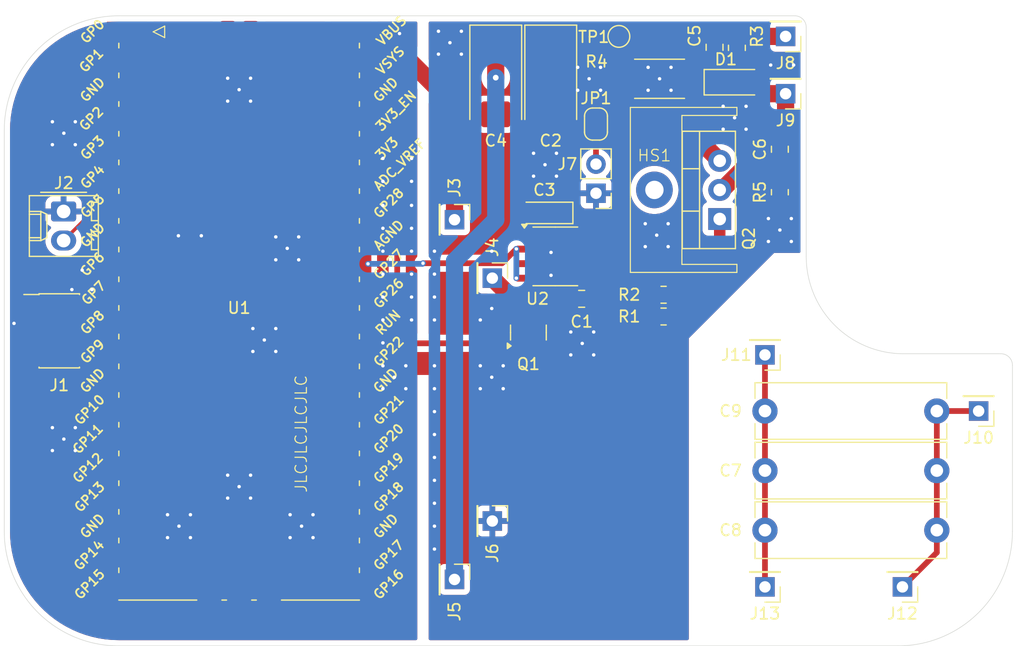
<source format=kicad_pcb>
(kicad_pcb (version 20240108) (generator "pcbnew") (generator_version "8.0")
  (layers (0 "F.Cu" signal) (31 "B.Cu" signal) (34 "B.Paste" user) (35 "F.Paste" user) (36 "B.SilkS" user "B.Silkscreen") (37 "F.SilkS" user "F.Silkscreen") (38 "B.Mask" user) (39 "F.Mask" user) (44 "Edge.Cuts" user))
  (net 0 "")
  (net 1 "GNDPWR")
  (net 2 "+12V")
  (net 3 "GND")
  (net 4 "/CTL")
  (net 7 "Net-(U2-OUT_A)")
  (net 36 "Net-(J3-Pin_1)")
  (net 37 "Net-(D1-A)")
  (net 38 "Net-(J10-Pin_1)")
  (net 39 "Net-(J11-Pin_1)")
  (net 40 "Net-(Q2-G)")
  (net 41 "Net-(D1-K)")
  (net 42 "Net-(C6-Pad2)")
  (net 43 "/SWDCLK")
  (net 44 "/RUN")
  (net 45 "+3.3V")
  (net 46 "/SWDIO")
  (net 50 "Net-(J2-Pin_2)")
  (net 51 "Net-(J4-Pin_1)")
  (net 52 "Net-(J7-Pin_2)")
  (footprint "Diode_SMD:D_MiniMELF" (layer "F.Cu") (at 143.75 65.8)
    (property "Reference" "D1" (at -0.765 -2 0) (layer "F.SilkS"))
    (property "Value" "LL4148")
    (pad "1" smd roundrect (at -1.75 0) (size 1.3 1.7) (layers "F.Cu" "F.Paste" "F.Mask") (roundrect_rratio 0.1923076923) (net 41 "Net-(D1-K)"))
    (pad "2" smd roundrect (at 1.75 0) (size 1.3 1.7) (layers "F.Cu" "F.Paste" "F.Mask") (roundrect_rratio 0.1923076923) (net 37 "Net-(D1-A)"))
  )
  (footprint "Resistor_SMD:R_0805_2012Metric_Pad1.20x1.40mm_HandSolder" (layer "F.Cu") (at 137.55 84.35)
    (property "Reference" "R2" (at -3 0 0) (layer "F.SilkS"))
    (property "Value" "10")
    (pad "1" smd roundrect (at -1 0) (size 1.2 1.4) (layers "F.Cu" "F.Paste" "F.Mask") (roundrect_rratio 0.208333) (net 7 "Net-(U2-OUT_A)"))
    (pad "2" smd roundrect (at 1 0) (size 1.2 1.4) (layers "F.Cu" "F.Paste" "F.Mask") (roundrect_rratio 0.208333) (net 40 "Net-(Q2-G)"))
  )
  (footprint "Capacitor_THT:C_Rect_L16.5mm_W4.7mm_P15.00mm_MKT" (layer "F.Cu") (at 146.4 94.5)
    (property "Reference" "C9" (at -3 0 0) (layer "F.SilkS"))
    (property "Value" "1n 20kV")
    (pad "1" thru_hole circle (at 0 0) (size 2.2 2.2) (drill 1.1) (layers "*.Cu" "*.Mask") (net 39 "Net-(J11-Pin_1)"))
    (pad "2" thru_hole circle (at 15 0) (size 2.2 2.2) (drill 1.1) (layers "*.Cu" "*.Mask") (net 38 "Net-(J10-Pin_1)"))
  )
  (footprint "Resistor_SMD:R_2512_6332Metric" (layer "F.Cu") (at 137.2 65.5 180)
    (property "Reference" "R4" (at 5.5 1.5 180) (layer "F.SilkS"))
    (property "Value" "0.15")
    (pad "1" smd roundrect (at -2.9625 0 180) (size 1.225 3.35) (layers "F.Cu" "F.Paste" "F.Mask") (roundrect_rratio 0.204082) (net 52 "Net-(J7-Pin_2)"))
    (pad "2" smd roundrect (at 2.9625 0 180) (size 1.225 3.35) (layers "F.Cu" "F.Paste" "F.Mask") (roundrect_rratio 0.204082) (net 1 "GNDPWR"))
  )
  (footprint "Connector_PinHeader_2.54mm:PinHeader_1x02_P2.54mm_Vertical" (layer "F.Cu") (at 131.65 75.49 180)
    (property "Reference" "J7" (at 2.5 2.54 180) (layer "F.SilkS"))
    (property "Value" "PULSE_CUR")
    (pad "1" thru_hole rect (at 0 0 180) (size 1.7 1.7) (drill 1) (layers "*.Cu" "*.Mask") (net 1 "GNDPWR"))
    (pad "2" thru_hole oval (at 0 2.54 180) (size 1.7 1.7) (drill 1) (layers "*.Cu" "*.Mask") (net 52 "Net-(J7-Pin_2)"))
  )
  (footprint "Connector_PinHeader_2.54mm:PinHeader_1x01_P2.54mm_Vertical" (layer "F.Cu") (at 146.4 89.6 180)
    (property "Reference" "J11" (at 2.5 0 180) (layer "F.SilkS"))
    (property "Value" "TF_S_B")
    (pad "1" thru_hole rect (at 0 0 180) (size 1.7 1.7) (drill 1) (layers "*.Cu" "*.Mask") (net 39 "Net-(J11-Pin_1)"))
  )
  (footprint "Capacitor_SMD:C_0805_2012Metric_Pad1.18x1.45mm_HandSolder" (layer "F.Cu") (at 147.7 71.65 -90)
    (property "Reference" "C6" (at 0 1.75 90) (layer "F.SilkS"))
    (property "Value" "0.1u")
    (pad "1" smd roundrect (at -1.0375 0 270) (size 1.175 1.45) (layers "F.Cu" "F.Paste" "F.Mask") (roundrect_rratio 0.212766) (net 37 "Net-(D1-A)"))
    (pad "2" smd roundrect (at 1.0375 0 270) (size 1.175 1.45) (layers "F.Cu" "F.Paste" "F.Mask") (roundrect_rratio 0.212766) (net 42 "Net-(C6-Pad2)"))
  )
  (footprint "Resistor_SMD:R_0805_2012Metric_Pad1.20x1.40mm_HandSolder" (layer "F.Cu") (at 143.95 62.8 -90)
    (property "Reference" "R3" (at -1 -1.75 90) (layer "F.SilkS"))
    (property "Value" "100k	")
    (pad "1" smd roundrect (at -1 0 270) (size 1.2 1.4) (layers "F.Cu" "F.Paste" "F.Mask") (roundrect_rratio 0.208333) (net 2 "+12V"))
    (pad "2" smd roundrect (at 1 0 270) (size 1.2 1.4) (layers "F.Cu" "F.Paste" "F.Mask") (roundrect_rratio 0.208333) (net 41 "Net-(D1-K)"))
  )
  (footprint "Connector_PinHeader_2.54mm:PinHeader_1x01_P2.54mm_Vertical" (layer "F.Cu") (at 148.2 61.8 180)
    (property "Reference" "J8" (at 0 -2.33 180) (layer "F.SilkS"))
    (property "Value" "TF_P_A")
    (pad "1" thru_hole rect (at 0 0 180) (size 1.7 1.7) (drill 1) (layers "*.Cu" "*.Mask") (net 2 "+12V"))
  )
  (footprint "Capacitor_Tantalum_SMD:CP_EIA-7343-31_Kemet-D_Pad2.25x2.55mm_HandSolder" (layer "F.Cu") (at 127.7 65.4 -90)
    (property "Reference" "C2" (at 5.5 0 180) (layer "F.SilkS"))
    (property "Value" "47u 25V")
    (pad "1" smd roundrect (at -3.2 0 270) (size 2.25 2.55) (layers "F.Cu" "F.Paste" "F.Mask") (roundrect_rratio 0.111111) (net 2 "+12V"))
    (pad "2" smd roundrect (at 3.2 0 270) (size 2.25 2.55) (layers "F.Cu" "F.Paste" "F.Mask") (roundrect_rratio 0.111111) (net 1 "GNDPWR"))
  )
  (footprint "Custom:HeatSink_TO-220" (layer "F.Cu") (at 136.75 75.200001 90)
    (property "Reference" "HS1" (at 3.000001 0 0) (layer "F.SilkS") (effects (font (thickness 0.1))))
    (property "Value" "Heatsink_Pad" (hide yes))
    (pad "" np_thru_hole circle (at 0.000001 0 180) (size 3.2 3.2) (drill 1.6) (layers "F&B.Cu" "*.Mask"))
  )
  (footprint "Connector_PinHeader_2.54mm:PinHeader_1x01_P2.54mm_Vertical" (layer "F.Cu") (at 122.599999 104.099999 -90)
    (property "Reference" "J6" (at 2.8 0 90) (layer "F.SilkS"))
    (property "Value" "BOOST_OUT_N")
    (pad "1" thru_hole rect (at 0 0 270) (size 1.7 1.7) (drill 1) (layers "*.Cu" "*.Mask") (net 1 "GNDPWR"))
  )
  (footprint "RP2040_boards:Waveshare_RP2040-Plus_SMD" (layer "F.Cu") (at 100.5 85.5)
    (property "Reference" "U1" (at 0 0 0) (layer "F.SilkS"))
    (property "Value" "RP2040-Plus" (hide yes))
    (fp_text user "GP1" (at -12.9 -21.6 45) (layer "F.SilkS") (effects (font (size 0.8 0.8))))
    (fp_text user "RUN" (at 13 1.27 45) (layer "F.SilkS") (effects (font (size 0.8 0.8))))
    (fp_text user "GND" (at 12.8 6.35 45) (layer "F.SilkS") (effects (font (size 0.8 0.8))))
    (fp_text user "GP0" (at -12.8 -24.13 45) (layer "F.SilkS") (effects (font (size 0.8 0.8))))
    (fp_text user "GP19" (at 13.054 13.97 45) (layer "F.SilkS") (effects (font (size 0.8 0.8))))
    (fp_text user "GND" (at -12.8 -6.35 45) (layer "F.SilkS") (effects (font (size 0.8 0.8))))
    (fp_text user "GP13" (at -13.054 16.51 45) (layer "F.SilkS") (effects (font (size 0.8 0.8))))
    (fp_text user "GP16" (at 13.054 24.13 45) (layer "F.SilkS") (effects (font (size 0.8 0.8))))
    (fp_text user "GP3" (at -12.8 -13.97 45) (layer "F.SilkS") (effects (font (size 0.8 0.8))))
    (fp_text user "VSYS" (at 13.2 -21.59 45) (layer "F.SilkS") (effects (font (size 0.8 0.8))))
    (fp_text user "GND" (at 12.8 -19.05 45) (layer "F.SilkS") (effects (font (size 0.8 0.8))))
    (fp_text user "3V3" (at 12.9 -13.9 45) (layer "F.SilkS") (effects (font (size 0.8 0.8))))
    (fp_text user "GP12" (at -13.2 13.97 45) (layer "F.SilkS") (effects (font (size 0.8 0.8))))
    (fp_text user "AGND" (at 13.054 -6.35 45) (layer "F.SilkS") (effects (font (size 0.8 0.8))))
    (fp_text user "GP7" (at -12.7 -1.3 45) (layer "F.SilkS") (effects (font (size 0.8 0.8))))
    (fp_text user "GND" (at 12.8 19.05 45) (layer "F.SilkS") (effects (font (size 0.8 0.8))))
    (fp_text user "GP4" (at -12.8 -11.43 45) (layer "F.SilkS") (effects (font (size 0.8 0.8))))
    (fp_text user "GP27" (at 13.054 -3.8 45) (layer "F.SilkS") (effects (font (size 0.8 0.8))))
    (fp_text user "GP17" (at 13.054 21.59 45) (layer "F.SilkS") (effects (font (size 0.8 0.8))))
    (fp_text user "GND" (at -12.8 6.35 45) (layer "F.SilkS") (effects (font (size 0.8 0.8))))
    (fp_text user "GP9" (at -12.8 3.81 45) (layer "F.SilkS") (effects (font (size 0.8 0.8))))
    (fp_text user "GP26" (at 13.054 -1.27 45) (layer "F.SilkS") (effects (font (size 0.8 0.8))))
    (fp_text user "3V3_EN" (at 13.7 -17.2 45) (layer "F.SilkS") (effects (font (size 0.8 0.8))))
    (fp_text user "GP22" (at 13.054 3.81 45) (layer "F.SilkS") (effects (font (size 0.8 0.8))))
    (fp_text user "GP28" (at 13.054 -9.144 45) (layer "F.SilkS") (effects (font (size 0.8 0.8))))
    (fp_text user "GP21" (at 13.054 8.9 45) (layer "F.SilkS") (effects (font (size 0.8 0.8))))
    (fp_text user "GP8" (at -12.8 1.27 45) (layer "F.SilkS") (effects (font (size 0.8 0.8))))
    (fp_text user "GP15" (at -13.054 24.13 45) (layer "F.SilkS") (effects (font (size 0.8 0.8))))
    (fp_text user "GP14" (at -13.1 21.59 45) (layer "F.SilkS") (effects (font (size 0.8 0.8))))
    (fp_text user "GP5" (at -12.8 -8.89 45) (layer "F.SilkS") (effects (font (size 0.8 0.8))))
    (fp_text user "GP11" (at -13.2 11.43 45) (layer "F.SilkS") (effects (font (size 0.8 0.8))))
    (fp_text user "GP2" (at -12.9 -16.51 45) (layer "F.SilkS") (effects (font (size 0.8 0.8))))
    (fp_text user "GND" (at -12.8 19.05 45) (layer "F.SilkS") (effects (font (size 0.8 0.8))))
    (fp_text user "ADC_VREF" (at 14 -12.5 45) (layer "F.SilkS") (effects (font (size 0.8 0.8))))
    (fp_text user "GP20" (at 13.054 11.43 45) (layer "F.SilkS") (effects (font (size 0.8 0.8))))
    (fp_text user "GND" (at -12.8 -19.05 45) (layer "F.SilkS") (effects (font (size 0.8 0.8))))
    (fp_text user "GP18" (at 13.054 16.51 45) (layer "F.SilkS") (effects (font (size 0.8 0.8))))
    (fp_text user "GP6" (at -12.8 -3.81 45) (layer "F.SilkS") (effects (font (size 0.8 0.8))))
    (fp_text user "VBUS" (at 13.3 -24.2 45) (layer "F.SilkS") (effects (font (size 0.8 0.8))))
    (fp_text user "GP10" (at -13.054 8.89 45) (layer "F.SilkS") (effects (font (size 0.8 0.8))))
    (pad "1" smd rect (at -8.89 -24.13) (size 3.5 1.7) (drill (offset -0.9 0)) (layers "F.Cu" "F.Paste" "F.Mask"))
    (pad "2" smd rect (at -8.89 -21.59) (size 3.5 1.7) (drill (offset -0.9 0)) (layers "F.Cu" "F.Paste" "F.Mask"))
    (pad "3" smd rect (at -8.89 -19.05) (size 3.5 1.7) (drill (offset -0.9 0)) (layers "F.Cu" "F.Paste" "F.Mask") (net 3 "GND"))
    (pad "4" smd rect (at -8.89 -16.51) (size 3.5 1.7) (drill (offset -0.9 0)) (layers "F.Cu" "F.Paste" "F.Mask"))
    (pad "5" smd rect (at -8.89 -13.97) (size 3.5 1.7) (drill (offset -0.9 0)) (layers "F.Cu" "F.Paste" "F.Mask"))
    (pad "6" smd rect (at -8.89 -11.43) (size 3.5 1.7) (drill (offset -0.9 0)) (layers "F.Cu" "F.Paste" "F.Mask"))
    (pad "7" smd rect (at -8.89 -8.89) (size 3.5 1.7) (drill (offset -0.9 0)) (layers "F.Cu" "F.Paste" "F.Mask"))
    (pad "8" smd rect (at -8.89 -6.35) (size 3.5 1.7) (drill (offset -0.9 0)) (layers "F.Cu" "F.Paste" "F.Mask") (net 3 "GND"))
    (pad "9" smd rect (at -8.89 -3.81) (size 3.5 1.7) (drill (offset -0.9 0)) (layers "F.Cu" "F.Paste" "F.Mask"))
    (pad "10" smd rect (at -8.89 -1.27) (size 3.5 1.7) (drill (offset -0.9 0)) (layers "F.Cu" "F.Paste" "F.Mask"))
    (pad "11" smd rect (at -8.89 1.27) (size 3.5 1.7) (drill (offset -0.9 0)) (layers "F.Cu" "F.Paste" "F.Mask"))
    (pad "12" smd rect (at -8.89 3.81) (size 3.5 1.7) (drill (offset -0.9 0)) (layers "F.Cu" "F.Paste" "F.Mask"))
    (pad "13" smd rect (at -8.89 6.35) (size 3.5 1.7) (drill (offset -0.9 0)) (layers "F.Cu" "F.Paste" "F.Mask") (net 3 "GND"))
    (pad "14" smd rect (at -8.89 8.89) (size 3.5 1.7) (drill (offset -0.9 0)) (layers "F.Cu" "F.Paste" "F.Mask"))
    (pad "15" smd rect (at -8.89 11.43) (size 3.5 1.7) (drill (offset -0.9 0)) (layers "F.Cu" "F.Paste" "F.Mask"))
    (pad "16" smd rect (at -8.89 13.97) (size 3.5 1.7) (drill (offset -0.9 0)) (layers "F.Cu" "F.Paste" "F.Mask"))
    (pad "17" smd rect (at -8.89 16.51) (size 3.5 1.7) (drill (offset -0.9 0)) (layers "F.Cu" "F.Paste" "F.Mask"))
    (pad "18" smd rect (at -8.89 19.05) (size 3.5 1.7) (drill (offset -0.9 0)) (layers "F.Cu" "F.Paste" "F.Mask") (net 3 "GND"))
    (pad "19" smd rect (at -8.89 21.59) (size 3.5 1.7) (drill (offset -0.9 0)) (layers "F.Cu" "F.Paste" "F.Mask"))
    (pad "20" smd rect (at -8.89 24.13) (size 3.5 1.7) (drill (offset -0.9 0)) (layers "F.Cu" "F.Paste" "F.Mask"))
    (pad "21" smd rect (at 8.89 24.13) (size 3.5 1.7) (drill (offset 0.9 0)) (layers "F.Cu" "F.Paste" "F.Mask"))
    (pad "22" smd rect (at 8.89 21.59) (size 3.5 1.7) (drill (offset 0.9 0)) (layers "F.Cu" "F.Paste" "F.Mask"))
    (pad "23" smd rect (at 8.89 19.05) (size 3.5 1.7) (drill (offset 0.9 0)) (layers "F.Cu" "F.Paste" "F.Mask") (net 3 "GND"))
    (pad "24" smd rect (at 8.89 16.51) (size 3.5 1.7) (drill (offset 0.9 0)) (layers "F.Cu" "F.Paste" "F.Mask"))
    (pad "25" smd rect (at 8.89 13.97) (size 3.5 1.7) (drill (offset 0.9 0)) (layers "F.Cu" "F.Paste" "F.Mask"))
    (pad "26" smd rect (at 8.89 11.43) (size 3.5 1.7) (drill (offset 0.9 0)) (layers "F.Cu" "F.Paste" "F.Mask"))
    (pad "27" smd rect (at 8.89 8.89) (size 3.5 1.7) (drill (offset 0.9 0)) (layers "F.Cu" "F.Paste" "F.Mask"))
    (pad "28" smd rect (at 8.89 6.35) (size 3.5 1.7) (drill (offset 0.9 0)) (layers "F.Cu" "F.Paste" "F.Mask") (net 3 "GND"))
    (pad "29" smd rect (at 8.89 3.81) (size 3.5 1.7) (drill (offset 0.9 0)) (layers "F.Cu" "F.Paste" "F.Mask"))
    (pad "30" smd rect (at 8.89 1.27) (size 3.5 1.7) (drill (offset 0.9 0)) (layers "F.Cu" "F.Paste" "F.Mask") (net 44 "/RUN"))
    (pad "31" smd rect (at 8.89 -1.27) (size 3.5 1.7) (drill (offset 0.9 0)) (layers "F.Cu" "F.Paste" "F.Mask"))
    (pad "32" smd rect (at 8.89 -3.81) (size 3.5 1.7) (drill (offset 0.9 0)) (layers "F.Cu" "F.Paste" "F.Mask") (net 4 "/CTL"))
    (pad "33" smd rect (at 8.89 -6.35) (size 3.5 1.7) (drill (offset 0.9 0)) (layers "F.Cu" "F.Paste" "F.Mask") (net 3 "GND"))
    (pad "34" smd rect (at 8.89 -8.89) (size 3.5 1.7) (drill (offset 0.9 0)) (layers "F.Cu" "F.Paste" "F.Mask"))
    (pad "35" smd rect (at 8.89 -11.43) (size 3.5 1.7) (drill (offset 0.9 0)) (layers "F.Cu" "F.Paste" "F.Mask"))
    (pad "36" smd rect (at 8.89 -13.97) (size 3.5 1.7) (drill (offset 0.9 0)) (layers "F.Cu" "F.Paste" "F.Mask") (net 45 "+3.3V"))
    (pad "37" smd rect (at 8.89 -16.51) (size 3.5 1.7) (drill (offset 0.9 0)) (layers "F.Cu" "F.Paste" "F.Mask") (net 50 "Net-(J2-Pin_2)"))
    (pad "38" smd rect (at 8.89 -19.05) (size 3.5 1.7) (drill (offset 0.9 0)) (layers "F.Cu" "F.Paste" "F.Mask") (net 3 "GND"))
    (pad "39" smd rect (at 8.89 -21.59) (size 3.5 1.7) (drill (offset 0.9 0)) (layers "F.Cu" "F.Paste" "F.Mask") (net 36 "Net-(J3-Pin_1)"))
    (pad "40" smd rect (at 8.89 -24.13) (size 3.5 1.7) (drill (offset 0.9 0)) (layers "F.Cu" "F.Paste" "F.Mask"))
    (pad "41" smd rect (at -2.54 22.45 90) (size 3.5 1.7) (drill (offset -0.9 0)) (layers "F.Cu" "F.Paste" "F.Mask") (net 43 "/SWDCLK"))
    (pad "42" smd rect (at 0 22.45 90) (size 3.5 1.7) (drill (offset -0.9 0)) (layers "F.Cu" "F.Paste" "F.Mask") (net 3 "GND"))
    (pad "43" smd rect (at 2.54 22.45 90) (size 3.5 1.7) (drill (offset -0.9 0)) (layers "F.Cu" "F.Paste" "F.Mask") (net 46 "/SWDIO"))
    (pad "TP2" smd roundrect (at 1 -24.3) (size 1.5 1.5) (layers "F.Cu" "F.Paste" "F.Mask") (roundrect_rratio 0.2))
    (pad "TP3" smd roundrect (at -1 -24.3) (size 1.5 1.5) (layers "F.Cu" "F.Paste" "F.Mask") (roundrect_rratio 0.2))
  )
  (footprint "Connector_PinHeader_1.27mm:PinHeader_2x05_P1.27mm_Vertical_SMD" (layer "F.Cu") (at 84.8 87.5)
    (property "Reference" "J1" (at 0 4.75 0) (layer "F.SilkS"))
    (property "Value" "Cortex Debug")
    (pad "1" smd rect (at -1.95 -2.54) (size 2.4 0.74) (layers "F.Cu" "F.Paste" "F.Mask") (net 45 "+3.3V"))
    (pad "2" smd rect (at 1.95 -2.54) (size 2.4 0.74) (layers "F.Cu" "F.Paste" "F.Mask") (net 46 "/SWDIO"))
    (pad "3" smd rect (at -1.95 -1.27) (size 2.4 0.74) (layers "F.Cu" "F.Paste" "F.Mask") (net 3 "GND"))
    (pad "4" smd rect (at 1.95 -1.27) (size 2.4 0.74) (layers "F.Cu" "F.Paste" "F.Mask") (net 43 "/SWDCLK"))
    (pad "5" smd rect (at -1.95 0) (size 2.4 0.74) (layers "F.Cu" "F.Paste" "F.Mask") (net 3 "GND"))
    (pad "6" smd rect (at 1.95 0) (size 2.4 0.74) (layers "F.Cu" "F.Paste" "F.Mask"))
    (pad "7" smd rect (at -1.95 1.27) (size 2.4 0.74) (layers "F.Cu" "F.Paste" "F.Mask"))
    (pad "8" smd rect (at 1.95 1.27) (size 2.4 0.74) (layers "F.Cu" "F.Paste" "F.Mask"))
    (pad "9" smd rect (at -1.95 2.54) (size 2.4 0.74) (layers "F.Cu" "F.Paste" "F.Mask") (net 3 "GND"))
    (pad "10" smd rect (at 1.95 2.54) (size 2.4 0.74) (layers "F.Cu" "F.Paste" "F.Mask") (net 44 "/RUN"))
  )
  (footprint "Capacitor_THT:C_Rect_L16.5mm_W4.7mm_P15.00mm_MKT" (layer "F.Cu") (at 146.4 99.7)
    (property "Reference" "C7" (at -3 0 0) (layer "F.SilkS"))
    (property "Value" "1n 20kV")
    (pad "1" thru_hole circle (at 0 0) (size 2.2 2.2) (drill 1.1) (layers "*.Cu" "*.Mask") (net 39 "Net-(J11-Pin_1)"))
    (pad "2" thru_hole circle (at 15 0) (size 2.2 2.2) (drill 1.1) (layers "*.Cu" "*.Mask") (net 38 "Net-(J10-Pin_1)"))
  )
  (footprint "Connector_Molex:Molex_KK-254_AE-6410-02A_1x02_P2.54mm_Vertical" (layer "F.Cu") (at 85.18 77.08 -90)
    (property "Reference" "J2" (at -2.48 -0.02 180) (layer "F.SilkS"))
    (property "Value" "ON/OFF")
    (pad "1" thru_hole roundrect (at 0 0 270) (size 1.74 2.19) (drill 1.19) (layers "*.Cu" "*.Mask") (roundrect_rratio 0.143678) (net 3 "GND"))
    (pad "2" thru_hole oval (at 2.54 0 270) (size 1.74 2.19) (drill 1.19) (layers "*.Cu" "*.Mask") (net 50 "Net-(J2-Pin_2)"))
  )
  (footprint "Connector_PinHeader_2.54mm:PinHeader_1x01_P2.54mm_Vertical" (layer "F.Cu") (at 119.3 77.8 -90)
    (property "Reference" "J3" (at -2.8 0 90) (layer "F.SilkS"))
    (property "Value" "BOOST_IN_P")
    (pad "1" thru_hole rect (at 0 0 270) (size 1.7 1.7) (drill 1) (layers "*.Cu" "*.Mask") (net 36 "Net-(J3-Pin_1)"))
  )
  (footprint "Package_TO_SOT_THT:TO-220-3_Vertical" (layer "F.Cu") (at 142.45 77.74 90)
    (property "Reference" "Q2" (at -1.71 2.55 -90) (layer "F.SilkS"))
    (property "Value" "IRF740")
    (pad "1" thru_hole rect (at 0 0 90) (size 1.905 2) (drill 1.1) (layers "*.Cu" "*.Mask") (net 40 "Net-(Q2-G)"))
    (pad "2" thru_hole oval (at 2.54 0 90) (size 1.905 2) (drill 1.1) (layers "*.Cu" "*.Mask") (net 37 "Net-(D1-A)"))
    (pad "3" thru_hole oval (at 5.079999 0 90) (size 1.905 2) (drill 1.1) (layers "*.Cu" "*.Mask") (net 52 "Net-(J7-Pin_2)"))
  )
  (footprint "Connector_PinHeader_2.54mm:PinHeader_1x01_P2.54mm_Vertical" (layer "F.Cu") (at 148.2 66.8 180)
    (property "Reference" "J9" (at 0 -2.33 180) (layer "F.SilkS"))
    (property "Value" "TF_P_B")
    (pad "1" thru_hole rect (at 0 0 180) (size 1.7 1.7) (drill 1) (layers "*.Cu" "*.Mask") (net 37 "Net-(D1-A)"))
  )
  (footprint "Connector_PinHeader_2.54mm:PinHeader_1x01_P2.54mm_Vertical" (layer "F.Cu") (at 158.4 109.85 180)
    (property "Reference" "J12" (at 0 -2.33 180) (layer "F.SilkS"))
    (property "Value" "HV_A")
    (pad "1" thru_hole rect (at 0 0 180) (size 1.7 1.7) (drill 1) (layers "*.Cu" "*.Mask") (net 38 "Net-(J10-Pin_1)"))
  )
  (footprint "Capacitor_Tantalum_SMD:CP_EIA-7343-31_Kemet-D_Pad2.25x2.55mm_HandSolder" (layer "F.Cu") (at 122.9 65.4 -90)
    (property "Reference" "C4" (at 5.5 0 180) (layer "F.SilkS"))
    (property "Value" "47u 25V")
    (pad "1" smd roundrect (at -3.2 0 270) (size 2.25 2.55) (layers "F.Cu" "F.Paste" "F.Mask") (roundrect_rratio 0.111111) (net 2 "+12V"))
    (pad "2" smd roundrect (at 3.2 0 270) (size 2.25 2.55) (layers "F.Cu" "F.Paste" "F.Mask") (roundrect_rratio 0.111111) (net 1 "GNDPWR"))
  )
  (footprint "Connector_PinHeader_2.54mm:PinHeader_1x01_P2.54mm_Vertical" (layer "F.Cu") (at 119.3 109.2 -90)
    (property "Reference" "J5" (at 2.8 0 90) (layer "F.SilkS"))
    (property "Value" "BOOST_OUT_P")
    (pad "1" thru_hole rect (at 0 0 270) (size 1.7 1.7) (drill 1) (layers "*.Cu" "*.Mask") (net 2 "+12V"))
  )
  (footprint "Capacitor_SMD:C_0805_2012Metric_Pad1.18x1.45mm_HandSolder" (layer "F.Cu") (at 130.4 84.705)
    (property "Reference" "C1" (at 0 1.995 0) (layer "F.SilkS"))
    (property "Value" "1u")
    (pad "1" smd roundrect (at -1.0375 0) (size 1.175 1.45) (layers "F.Cu" "F.Paste" "F.Mask") (roundrect_rratio 0.212766) (net 2 "+12V"))
    (pad "2" smd roundrect (at 1.0375 0) (size 1.175 1.45) (layers "F.Cu" "F.Paste" "F.Mask") (roundrect_rratio 0.212766) (net 1 "GNDPWR"))
  )
  (footprint "Connector_PinHeader_2.54mm:PinHeader_1x01_P2.54mm_Vertical" (layer "F.Cu") (at 122.599999 82.900001 -90)
    (property "Reference" "J4" (at -2.7 0 90) (layer "F.SilkS"))
    (property "Value" "BOOST_IN_N")
    (pad "1" thru_hole rect (at 0 0 270) (size 1.7 1.7) (drill 1) (layers "*.Cu" "*.Mask") (net 51 "Net-(J4-Pin_1)"))
  )
  (footprint "TestPoint:TestPoint_Pad_D1.5mm" (layer "F.Cu") (at 133.65 61.8)
    (property "Reference" "TP1" (at -2.2 0.05 0) (layer "F.SilkS"))
    (property "Value" "+12V")
    (pad "1" smd circle (at 0 0) (size 1.5 1.5) (layers "F.Cu" "F.Mask") (net 2 "+12V"))
  )
  (footprint "Resistor_SMD:R_0805_2012Metric_Pad1.20x1.40mm_HandSolder" (layer "F.Cu") (at 147.7 75.4 -90)
    (property "Reference" "R5" (at 0 1.75 90) (layer "F.SilkS"))
    (property "Value" "100")
    (pad "1" smd roundrect (at -1 0 270) (size 1.2 1.4) (layers "F.Cu" "F.Paste" "F.Mask") (roundrect_rratio 0.208333) (net 42 "Net-(C6-Pad2)"))
    (pad "2" smd roundrect (at 1 0 270) (size 1.2 1.4) (layers "F.Cu" "F.Paste" "F.Mask") (roundrect_rratio 0.208333) (net 1 "GNDPWR"))
  )
  (footprint "Capacitor_SMD:C_0805_2012Metric_Pad1.18x1.45mm_HandSolder" (layer "F.Cu") (at 142 62.75 -90)
    (property "Reference" "C5" (at -1 1.75 90) (layer "F.SilkS"))
    (property "Value" "1u")
    (pad "1" smd roundrect (at -1.0375 0 270) (size 1.175 1.45) (layers "F.Cu" "F.Paste" "F.Mask") (roundrect_rratio 0.212766) (net 2 "+12V"))
    (pad "2" smd roundrect (at 1.0375 0 270) (size 1.175 1.45) (layers "F.Cu" "F.Paste" "F.Mask") (roundrect_rratio 0.212766) (net 41 "Net-(D1-K)"))
  )
  (footprint "Connector_PinHeader_2.54mm:PinHeader_1x01_P2.54mm_Vertical" (layer "F.Cu") (at 146.4 109.85 180)
    (property "Reference" "J13" (at 0 -2.33 180) (layer "F.SilkS"))
    (property "Value" "HV_B")
    (pad "1" thru_hole rect (at 0 0 180) (size 1.7 1.7) (drill 1) (layers "*.Cu" "*.Mask") (net 39 "Net-(J11-Pin_1)"))
  )
  (footprint "Package_TO_SOT_SMD:SOT-23" (layer "F.Cu") (at 125.75 87.65 90)
    (property "Reference" "Q1" (at -2.75 0 0) (layer "F.SilkS"))
    (property "Value" "PMV65UN")
    (pad "1" smd roundrect (at -0.9375 -0.95 90) (size 1.475 0.6) (layers "F.Cu" "F.Paste" "F.Mask") (net 50 "Net-(J2-Pin_2)"))
    (pad "2" smd roundrect (at -0.9375 0.95 90) (size 1.475 0.6) (layers "F.Cu" "F.Paste" "F.Mask") (net 1 "GNDPWR"))
    (pad "3" smd roundrect (at 0.937501 0 90) (size 1.475 0.6) (layers "F.Cu" "F.Paste" "F.Mask") (net 51 "Net-(J4-Pin_1)"))
  )
  (footprint "Capacitor_THT:C_Rect_L16.5mm_W4.7mm_P15.00mm_MKT" (layer "F.Cu") (at 146.4 104.9)
    (property "Reference" "C8" (at -3 0 0) (layer "F.SilkS"))
    (property "Value" "1n 20kV")
    (pad "1" thru_hole circle (at 0 0) (size 2.2 2.2) (drill 1.1) (layers "*.Cu" "*.Mask") (net 39 "Net-(J11-Pin_1)"))
    (pad "2" thru_hole circle (at 15 0) (size 2.2 2.2) (drill 1.1) (layers "*.Cu" "*.Mask") (net 38 "Net-(J10-Pin_1)"))
  )
  (footprint "Connector_PinHeader_2.54mm:PinHeader_1x01_P2.54mm_Vertical" (layer "F.Cu") (at 165.05 94.5 180)
    (property "Reference" "J10" (at 0 -2.33 180) (layer "F.SilkS"))
    (property "Value" "TF_S_A")
    (pad "1" thru_hole rect (at 0 0 180) (size 1.7 1.7) (drill 1) (layers "*.Cu" "*.Mask") (net 38 "Net-(J10-Pin_1)"))
  )
  (footprint "NetTie:NetTie-2_SMD_Pad2.0mm" (layer "F.Cu") (at 116.55 90.35)
    (property "Reference" "NT1" (hide yes))
    (property "Value" "GND_TIE" (hide yes))
    (fp_poly (pts (xy -2 -1) (xy 2 -1) (xy 2 1) (xy -2 1)) (fill solid) (layer "F.Cu"))
    (pad "1" smd circle (at -2 0) (size 2 2) (layers "F.Cu") (net 3 "GND"))
    (pad "2" smd circle (at 2 0) (size 2 2) (layers "F.Cu") (net 1 "GNDPWR"))
  )
  (footprint "Capacitor_Tantalum_SMD:CP_EIA-3216-10_Kemet-I_Pad1.58x1.35mm_HandSolder" (layer "F.Cu") (at 127.15 77.205 180)
    (property "Reference" "C3" (at 0 2.005 180) (layer "F.SilkS"))
    (property "Value" "10u")
    (pad "1" smd roundrect (at -1.4375 0 180) (size 1.575 1.35) (layers "F.Cu" "F.Paste" "F.Mask") (roundrect_rratio 0.185185) (net 2 "+12V"))
    (pad "2" smd roundrect (at 1.4375 0 180) (size 1.575 1.35) (layers "F.Cu" "F.Paste" "F.Mask") (roundrect_rratio 0.185185) (net 1 "GNDPWR"))
  )
  (footprint "Jumper:SolderJumper-2_P1.3mm_Open_RoundedPad1.0x1.5mm" (layer "F.Cu") (at 131.65 69.45 -90)
    (property "Reference" "JP1" (at -2.25 0 180) (layer "F.SilkS"))
    (property "Value" "~")
    (pad "1" smd custom (at -0.649999 0 270) (size 1 0.5) (layers "F.Cu" "F.Mask") (net 1 "GNDPWR") (options (clearance outline) (anchor rect)) (primitives (gr_circle (center 0 0.25) (end 0.5 0.25) (width 0) (fill yes)) (gr_circle (center 0 -0.25) (end 0.5 -0.25) (width 0) (fill yes)) (gr_poly (pts (xy 0.5 0.75) (xy 0 0.75) (xy 0 -0.75) (xy 0.5 -0.75)) (width 0) (fill yes))))
    (pad "2" smd custom (at 0.649999 0 270) (size 1 0.5) (layers "F.Cu" "F.Mask") (net 52 "Net-(J7-Pin_2)") (options (clearance outline) (anchor rect)) (primitives (gr_circle (center 0 0.25) (end 0.5 0.25) (width 0) (fill yes)) (gr_circle (center 0 -0.25) (end 0.5 -0.25) (width 0) (fill yes)) (gr_poly (pts (xy 0 0.75) (xy -0.5 0.75) (xy -0.5 -0.75) (xy 0 -0.75)) (width 0) (fill yes))))
  )
  (footprint "Resistor_SMD:R_0805_2012Metric_Pad1.20x1.40mm_HandSolder" (layer "F.Cu") (at 137.55 86.25)
    (property "Reference" "R1" (at -3 0 0) (layer "F.SilkS"))
    (property "Value" "~")
    (pad "1" smd roundrect (at -1 0) (size 1.2 1.4) (layers "F.Cu" "F.Paste" "F.Mask") (roundrect_rratio 0.208333) (net 7 "Net-(U2-OUT_A)"))
    (pad "2" smd roundrect (at 1 0) (size 1.2 1.4) (layers "F.Cu" "F.Paste" "F.Mask") (roundrect_rratio 0.208333) (net 40 "Net-(Q2-G)"))
  )
  (footprint "Package_SO:SOIC-8_3.9x4.9mm_P1.27mm" (layer "F.Cu") (at 128.1 81)
    (property "Reference" "U2" (at -1.55 3.7 0) (layer "F.SilkS"))
    (property "Value" "IR4427S")
    (pad "1" smd roundrect (at -2.475 -1.905) (size 1.95 0.6) (layers "F.Cu" "F.Paste" "F.Mask"))
    (pad "2" smd roundrect (at -2.475 -0.635) (size 1.95 0.6) (layers "F.Cu" "F.Paste" "F.Mask") (net 4 "/CTL"))
    (pad "3" smd roundrect (at -2.475 0.635) (size 1.95 0.6) (layers "F.Cu" "F.Paste" "F.Mask") (net 1 "GNDPWR"))
    (pad "4" smd roundrect (at -2.475 1.905) (size 1.95 0.6) (layers "F.Cu" "F.Paste" "F.Mask") (net 4 "/CTL"))
    (pad "5" smd roundrect (at 2.475 1.905) (size 1.95 0.6) (layers "F.Cu" "F.Paste" "F.Mask") (net 7 "Net-(U2-OUT_A)"))
    (pad "6" smd roundrect (at 2.475 0.635) (size 1.95 0.6) (layers "F.Cu" "F.Paste" "F.Mask") (net 2 "+12V"))
    (pad "7" smd roundrect (at 2.475 -0.635) (size 1.95 0.6) (layers "F.Cu" "F.Paste" "F.Mask") (net 7 "Net-(U2-OUT_A)"))
    (pad "8" smd roundrect (at 2.475 -1.905) (size 1.95 0.6) (layers "F.Cu" "F.Paste" "F.Mask"))
  )
  (gr_arc (start 168 105) (mid 165.071068 112.071068) (end 158 115) (stroke (width 0.05)) (layer "Edge.Cuts"))
  (gr_arc (start 158.5 89.5) (mid 152.489592 87.010408) (end 150 81) (stroke (width 0.05)) (layer "Edge.Cuts"))
  (gr_line (start 80 105) (end 80 70) (stroke (width 0.05)) (layer "Edge.Cuts"))
  (gr_arc (start 80 70) (mid 82.928932 62.928932) (end 90 60) (stroke (width 0.05)) (layer "Edge.Cuts"))
  (gr_line (start 158 115) (end 90 115) (stroke (width 0.05)) (layer "Edge.Cuts"))
  (gr_line (start 150 61) (end 150 81) (stroke (width 0.05)) (layer "Edge.Cuts"))
  (gr_line (start 90 60) (end 149 60) (stroke (width 0.05)) (layer "Edge.Cuts"))
  (gr_arc (start 167 89.5) (mid 167.707107 89.792893) (end 168 90.5) (stroke (width 0.05)) (layer "Edge.Cuts"))
  (gr_line (start 158.5 89.5) (end 167 89.5) (stroke (width 0.05)) (layer "Edge.Cuts"))
  (gr_arc (start 90 115) (mid 82.928932 112.071068) (end 80 105) (stroke (width 0.05)) (layer "Edge.Cuts"))
  (gr_arc (start 149 60) (mid 149.707107 60.292893) (end 150 61) (stroke (width 0.05)) (layer "Edge.Cuts"))
  (gr_line (start 168 90.5) (end 168 105) (stroke (width 0.05)) (layer "Edge.Cuts"))
  (gr_text "JLCJLCJLCJLC" (at 106.5 101.7 90) (layer "F.SilkS") (effects (font (size 1 1) (thickness 0.1)) (justify left bottom)))
  (via (at 138.2 66.5) (size 0.6) (drill 0.3) (layers "F.Cu" "B.Cu") (net 1))
  (via (at 117.55 86.55) (size 0.6) (drill 0.3) (layers "F.Cu" "B.Cu") (net 1))
  (via (at 146.9 64.3) (size 0.6) (drill 0.3) (layers "F.Cu" "B.Cu") (net 1))
  (via (at 117.55 100.55) (size 0.6) (drill 0.3) (layers "F.Cu" "B.Cu") (net 1))
  (via (at 131.45 87.6) (size 0.6) (drill 0.3) (layers "F.Cu" "B.Cu") (net 1))
  (via (at 143.75 68.9) (size 0.6) (drill 0.3) (layers "F.Cu" "B.Cu") (net 1))
  (via (at 126.2 74) (size 0.6) (drill 0.3) (layers "F.Cu" "B.Cu") (net 1))
  (via (at 136.2 64.5) (size 0.6) (drill 0.3) (layers "F.Cu" "B.Cu") (net 1))
  (via (at 130.05 64.5) (size 0.6) (drill 0.3) (layers "F.Cu" "B.Cu") (net 1))
  (via (at 131.05 65.5) (size 0.6) (drill 0.3) (layers "F.Cu" "B.Cu") (net 1))
  (via (at 127.725 82.655) (size 0.6) (drill 0.3) (layers "F.Cu" "B.Cu") (net 1))
  (via (at 135.95 78.15) (size 0.6) (drill 0.3) (layers "F.Cu" "B.Cu") (net 1))
  (via (at 128.2 72) (size 0.6) (drill 0.3) (layers "F.Cu" "B.Cu") (net 1))
  (via (at 122.55 91.55) (size 0.6) (drill 0.3) (layers "F.Cu" "B.Cu") (net 1))
  (via (at 127.725 80.655) (size 0.6) (drill 0.3) (layers "F.Cu" "B.Cu") (net 1))
  (via (at 135.95 80.15) (size 0.6) (drill 0.3) (layers "F.Cu" "B.Cu") (net 1))
  (via (at 147.7 78.7) (size 0.6) (drill 0.3) (layers "F.Cu" "B.Cu") (net 1))
  (via (at 117.9 61.35) (size 0.6) (drill 0.3) (layers "F.Cu" "B.Cu") (net 1))
  (via (at 146.7 77.7) (size 0.6) (drill 0.3) (layers "F.Cu" "B.Cu") (net 1))
  (via (at 121.55 86.55) (size 0.6) (drill 0.3) (layers "F.Cu" "B.Cu") (net 1))
  (via (at 146.7 79.7) (size 0.6) (drill 0.3) (layers "F.Cu" "B.Cu") (net 1))
  (via (at 138.2 64.5) (size 0.6) (drill 0.3) (layers "F.Cu" "B.Cu") (net 1))
  (via (at 117.55 106.55) (size 0.6) (drill 0.3) (layers "F.Cu" "B.Cu") (net 1))
  (via (at 117.55 104.55) (size 0.6) (drill 0.3) (layers "F.Cu" "B.Cu") (net 1))
  (via (at 117.55 94.55) (size 0.6) (drill 0.3) (layers "F.Cu" "B.Cu") (net 1))
  (via (at 122.55 80.55) (size 0.6) (drill 0.3) (layers "F.Cu" "B.Cu") (net 1))
  (via (at 117.55 102.55) (size 0.6) (drill 0.3) (layers "F.Cu" "B.Cu") (net 1))
  (via (at 123.55 92.55) (size 0.6) (drill 0.3) (layers "F.Cu" "B.Cu") (net 1))
  (via (at 148.9 64.3) (size 0.6) (drill 0.3) (layers "F.Cu" "B.Cu") (net 1))
  (via (at 130.05 66.5) (size 0.6) (drill 0.3) (layers "F.Cu" "B.Cu") (net 1))
  (via (at 142.75 67.9) (size 0.6) (drill 0.3) (layers "F.Cu" "B.Cu") (net 1))
  (via (at 144.75 67.9) (size 0.6) (drill 0.3) (layers "F.Cu" "B.Cu") (net 1))
  (via (at 130.45 88.6) (size 0.6) (drill 0.3) (layers "F.Cu" "B.Cu") (net 1))
  (via (at 117.9 63.35) (size 0.6) (drill 0.3) (layers "F.Cu" "B.Cu") (net 1))
  (via (at 122.55 85.55) (size 0.6) (drill 0.3) (layers "F.Cu" "B.Cu") (net 1))
  (via (at 117.55 92.55) (size 0.6) (drill 0.3) (layers "F.Cu" "B.Cu") (net 1))
  (via (at 132.05 64.5) (size 0.6) (drill 0.3) (layers "F.Cu" "B.Cu") (net 1))
  (via (at 123.55 90.55) (size 0.6) (drill 0.3) (layers "F.Cu" "B.Cu") (net 1))
  (via (at 129.45 89.6) (size 0.6) (drill 0.3) (layers "F.Cu" "B.Cu") (net 1))
  (via (at 117.55 82.55) (size 0.6) (drill 0.3) (layers "F.Cu" "B.Cu") (net 1))
  (via (at 148.7 79.7) (size 0.6) (drill 0.3) (layers "F.Cu" "B.Cu") (net 1))
  (via (at 142.75 69.9) (size 0.6) (drill 0.3) (layers "F.Cu" "B.Cu") (net 1))
  (via (at 117.55 84.55) (size 0.6) (drill 0.3) (layers "F.Cu" "B.Cu") (net 1))
  (via (at 131.45 89.6) (size 0.6) (drill 0.3) (layers "F.Cu" "B.Cu") (net 1))
  (via (at 137.95 80.15) (size 0.6) (drill 0.3) (layers "F.Cu" "B.Cu") (net 1))
  (via (at 119.9 63.35) (size 0.6) (drill 0.3) (layers "F.Cu" "B.Cu") (net 1))
  (via (at 132.05 66.5) (size 0.6) (drill 0.3) (layers "F.Cu" "B.Cu") (net 1))
  (via (at 126.2 72) (size 0.6) (drill 0.3) (layers "F.Cu" "B.Cu") (net 1))
  (via (at 117.55 98.55) (size 0.6) (drill 0.3) (layers "F.Cu" "B.Cu") (net 1))
  (via (at 121.55 92.55) (size 0.6) (drill 0.3) (layers "F.Cu" "B.Cu") (net 1))
  (via (at 117.55 96.55) (size 0.6) (drill 0.3) (layers "F.Cu" "B.Cu") (net 1))
  (via (at 128.2 74) (size 0.6) (drill 0.3) (layers "F.Cu" "B.Cu") (net 1))
  (via (at 117.55 80.55) (size 0.6) (drill 0.3) (layers "F.Cu" "B.Cu") (net 1))
  (via (at 129.45 87.6) (size 0.6) (drill 0.3) (layers "F.Cu" "B.Cu") (net 1))
  (via (at 117.55 90.55) (size 0.6) (drill 0.3) (layers "F.Cu" "B.Cu") (net 1))
  (via (at 148.7 77.7) (size 0.6) (drill 0.3) (layers "F.Cu" "B.Cu") (net 1))
  (via (at 121.55 90.55) (size 0.6) (drill 0.3) (layers "F.Cu" "B.Cu") (net 1))
  (via (at 118.9 62.35) (size 0.6) (drill 0.3) (layers "F.Cu" "B.Cu") (net 1))
  (via (at 136.2 66.5) (size 0.6) (drill 0.3) (layers "F.Cu" "B.Cu") (net 1))
  (via (at 127.2 73) (size 0.6) (drill 0.3) (layers "F.Cu" "B.Cu") (net 1))
  (via (at 119.9 61.35) (size 0.6) (drill 0.3) (layers "F.Cu" "B.Cu") (net 1))
  (via (at 137.95 78.15) (size 0.6) (drill 0.3) (layers "F.Cu" "B.Cu") (net 1))
  (via (at 136.95 79.15) (size 0.6) (drill 0.3) (layers "F.Cu" "B.Cu") (net 1))
  (via (at 144.75 69.9) (size 0.6) (drill 0.3) (layers "F.Cu" "B.Cu") (net 1))
  (via (at 137.2 65.5) (size 0.6) (drill 0.3) (layers "F.Cu" "B.Cu") (net 1))
  (segment (start 148.2 61.8) (end 122.85 61.8) (width 1.5) (layer "F.Cu") (net 2))
  (segment (start 130.575 81.635) (end 129.1175 81.635) (width 0.5) (layer "F.Cu") (net 2))
  (segment (start 129.0875 77.755) (end 129.0875 81.605) (width 0.5) (layer "F.Cu") (net 2))
  (segment (start 122.9 65.4) (end 122.9 62.2) (width 1.5) (layer "F.Cu") (net 2))
  (segment (start 129.0875 81.605) (end 129.0875 84.705) (width 0.5) (layer "F.Cu") (net 2))
  (via (at 122.9 65.4) (size 1) (drill 0.5) (layers "F.Cu" "B.Cu") (net 2))
  (segment (start 119.3 109.2) (end 119.3 81.4) (width 1.5) (layer "B.Cu") (net 2))
  (segment (start 122.9 77.8) (end 122.9 65.4) (width 1.5) (layer "B.Cu") (net 2))
  (segment (start 119.3 81.4) (end 122.9 77.8) (width 1.5) (layer "B.Cu") (net 2))
  (via (at 114.05 91.55) (size 0.6) (drill 0.3) (layers "F.Cu" "B.Cu") (net 3))
  (via (at 113.05 76.55) (size 0.6) (drill 0.3) (layers "F.Cu" "B.Cu") (net 3))
  (via (at 84.2 71.25) (size 0.6) (drill 0.3) (layers "F.Cu" "B.Cu") (net 3))
  (via (at 95.25 104.55) (size 0.6) (drill 0.3) (layers "F.Cu" "B.Cu") (net 3))
  (via (at 106.95 105.55) (size 0.6) (drill 0.3) (layers "F.Cu" "B.Cu") (net 3))
  (via (at 105.7 81.3) (size 0.6) (drill 0.3) (layers "F.Cu" "B.Cu") (net 3))
  (via (at 115.55 82.55) (size 0.6) (drill 0.3) (layers "F.Cu" "B.Cu") (net 3))
  (via (at 103.7 79.3) (size 0.6) (drill 0.3) (layers "F.Cu" "B.Cu") (net 3))
  (via (at 100.5 101.1) (size 0.6) (drill 0.3) (layers "F.Cu" "B.Cu") (net 3))
  (via (at 100.5 66.45) (size 0.6) (drill 0.3) (layers "F.Cu" "B.Cu") (net 3))
  (via (at 101.5 102.1) (size 0.6) (drill 0.3) (layers "F.Cu" "B.Cu") (net 3))
  (via (at 104.95 103.55) (size 0.6) (drill 0.3) (layers "F.Cu" "B.Cu") (net 3))
  (via (at 86.2 95.95) (size 0.6) (drill 0.3) (layers "F.Cu" "B.Cu") (net 3))
  (via (at 113.05 88.55) (size 0.6) (drill 0.3) (layers "F.Cu" "B.Cu") (net 3))
  (via (at 99.5 102.1) (size 0.6) (drill 0.3) (layers "F.Cu" "B.Cu") (net 3))
  (via (at 86.2 97.95) (size 0.6) (drill 0.3) (layers "F.Cu" "B.Cu") (net 3))
  (via (at 115.55 72.45) (size 0.6) (drill 0.3) (layers "F.Cu" "B.Cu") (net 3))
  (via (at 115.55 74.45) (size 0.6) (drill 0.3) (layers "F.Cu" "B.Cu") (net 3))
  (via (at 84.2 97.95) (size 0.6) (drill 0.3) (layers "F.Cu" "B.Cu") (net 3))
  (via (at 85.2 70.25) (size 0.6) (drill 0.3) (layers "F.Cu" "B.Cu") (net 3))
  (via (at 97.2 79.2) (size 0.6) (drill 0.3) (layers "F.Cu" "B.Cu") (net 3))
  (via (at 99.5 100.1) (size 0.6) (drill 0.3) (layers "F.Cu" "B.Cu") (net 3))
  (via (at 80.85 86.85) (size 0.6) (drill 0.3) (layers "F.Cu" "B.Cu") (net 3))
  (via (at 85.9 83.9) (size 0.6) (drill 0.3) (layers "F.Cu" "B.Cu") (net 3))
  (via (at 114.5 61.55) (size 0.6) (drill 0.3) (layers "F.Cu" "B.Cu") (net 3))
  (via (at 113.05 80.55) (size 0.6) (drill 0.3) (layers "F.Cu" "B.Cu") (net 3))
  (via (at 102.7 88.3) (size 0.6) (drill 0.3) (layers "F.Cu" "B.Cu") (net 3))
  (via (at 113.05 84.55) (size 0.6) (drill 0.3) (layers "F.Cu" "B.Cu") (net 3))
  (via (at 113.05 82.55) (size 0.6) (drill 0.3) (layers "F.Cu" "B.Cu") (net 3))
  (via (at 94.25 103.55) (size 0.6) (drill 0.3) (layers "F.Cu" "B.Cu") (net 3))
  (via (at 86.2 69.25) (size 0.6) (drill 0.3) (layers "F.Cu" "B.Cu") (net 3))
  (via (at 115.55 86.55) (size 0.6) (drill 0.3) (layers "F.Cu" "B.Cu") (net 3))
  (via (at 103.7 81.3) (size 0.6) (drill 0.3) (layers "F.Cu" "B.Cu") (net 3))
  (via (at 115.55 78.55) (size 0.6) (drill 0.3) (layers "F.Cu" "B.Cu") (net 3))
  (via (at 101.5 67.45) (size 0.6) (drill 0.3) (layers "F.Cu" "B.Cu") (net 3))
  (via (at 99.5 67.45) (size 0.6) (drill 0.3) (layers "F.Cu" "B.Cu") (net 3))
  (via (at 85.2 96.95) (size 0.6) (drill 0.3) (layers "F.Cu" "B.Cu") (net 3))
  (via (at 104.7 80.3) (size 0.6) (drill 0.3) (layers "F.Cu" "B.Cu") (net 3))
  (via (at 113.05 90.55) (size 0.6) (drill 0.3) (layers "F.Cu" "B.Cu") (net 3))
  (via (at 86.8 82.2) (size 0.6) (drill 0.3) (layers "F.Cu" "B.Cu") (net 3))
  (via (at 115.55 84.55) (size 0.6) (drill 0.3) (layers "F.Cu" "B.Cu") (net 3))
  (via (at 105.95 104.55) (size 0.6) (drill 0.3) (layers "F.Cu" "B.Cu") (net 3))
  (via (at 96.25 103.55) (size 0.6) (drill 0.3) (layers "F.Cu" "B.Cu") (net 3))
  (via (at 105.7 79.3) (size 0.6) (drill 0.3) (layers "F.Cu" "B.Cu") (net 3))
  (via (at 84.2 95.95) (size 0.6) (drill 0.3) (layers "F.Cu" "B.Cu") (net 3))
  (via (at 95.2 79.2) (size 0.6) (drill 0.3) (layers "F.Cu" "B.Cu") (net 3))
  (via (at 103.7 89.3) (size 0.6) (drill 0.3) (layers "F.Cu" "B.Cu") (net 3))
  (via (at 96.25 105.55) (size 0.6) (drill 0.3) (layers "F.Cu" "B.Cu") (net 3))
  (via (at 94.25 105.55) (size 0.6) (drill 0.3) (layers "F.Cu" "B.Cu") (net 3))
  (via (at 101.7 89.3) (size 0.6) (drill 0.3) (layers "F.Cu" "B.Cu") (net 3))
  (via (at 113.05 72.45) (size 0.6) (drill 0.3) (layers "F.Cu" "B.Cu") (net 3))
  (via (at 101.7 87.3) (size 0.6) (drill 0.3) (layers "F.Cu" "B.Cu") (net 3))
  (via (at 113.05 92.55) (size 0.6) (drill 0.3) (layers "F.Cu" "B.Cu") (net 3))
  (via (at 87.65 83.9) (size 0.6) (drill 0.3) (layers "F.Cu" "B.Cu") (net 3))
  (via (at 115.05 90.55) (size 0.6) (drill 0.3) (layers "F.Cu" "B.Cu") (net 3))
  (via (at 84.2 69.25) (size 0.6) (drill 0.3) (layers "F.Cu" "B.Cu") (net 3))
  (via (at 99.5 65.45) (size 0.6) (drill 0.3) (layers "F.Cu" "B.Cu") (net 3))
  (via (at 113.05 74.45) (size 0.6) (drill 0.3) (layers "F.Cu" "B.Cu") (net 3))
  (via (at 104.95 105.55) (size 0.6) (drill 0.3) (layers "F.Cu" "B.Cu") (net 3))
  (via (at 115.55 76.55) (size 0.6) (drill 0.3) (layers "F.Cu" "B.Cu") (net 3))
  (via (at 113.05 86.55) (size 0.6) (drill 0.3) (layers "F.Cu" "B.Cu") (net 3))
  (via (at 115.05 92.55) (size 0.6) (drill 0.3) (layers "F.Cu" "B.Cu") (net 3))
  (via (at 86.2 71.25) (size 0.6) (drill 0.3) (layers "F.Cu" "B.Cu") (net 3))
  (via (at 113.05 78.55) (size 0.6) (drill 0.3) (layers "F.Cu" "B.Cu") (net 3))
  (via (at 115.55 80.55) (size 0.6) (drill 0.3) (layers "F.Cu" "B.Cu") (net 3))
  (via (at 103.7 87.3) (size 0.6) (drill 0.3) (layers "F.Cu" "B.Cu") (net 3))
  (via (at 106.95 103.55) (size 0.6) (drill 0.3) (layers "F.Cu" "B.Cu") (net 3))
  (via (at 101.5 100.1) (size 0.6) (drill 0.3) (layers "F.Cu" "B.Cu") (net 3))
  (via (at 101.5 65.45) (size 0.6) (drill 0.3) (layers "F.Cu" "B.Cu") (net 3))
  (segment (start 123.45 81.6) (end 124.7 80.35) (width 0.5) (layer "F.Cu") (net 4))
  (segment (start 116.55 81.6) (end 123.45 81.6) (width 0.5) (layer "F.Cu") (net 4))
  (via (at 111.75 81.65) (size 0.5) (drill 0.3) (layers "F.Cu" "B.Cu") (net 4))
  (via (at 116.55 81.6) (size 0.5) (drill 0.3) (layers "F.Cu" "B.Cu") (net 4))
  (via (at 124.7 80.35) (size 0.5) (drill 0.3) (layers "F.Cu" "B.Cu") (net 4))
  (via (at 124.7 82.9) (size 0.5) (drill 0.3) (layers "F.Cu" "B.Cu") (net 4))
  (segment (start 116.5 81.65) (end 111.75 81.65) (width 0.5) (layer "B.Cu") (net 4))
  (segment (start 116.55 81.6) (end 116.5 81.65) (width 0.5) (layer "B.Cu") (net 4))
  (segment (start 124.7 82.9) (end 124.7 80.35) (width 0.5) (layer "B.Cu") (net 4))
  (segment (start 132.565 80.365) (end 135.105 82.905) (width 1) (layer "F.Cu") (net 7))
  (segment (start 136.55 86.25) (end 136.55 84.35) (width 1) (layer "F.Cu") (net 7))
  (segment (start 130.575 80.365) (end 132.565 80.365) (width 1) (layer "F.Cu") (net 7))
  (segment (start 136.55 84.35) (end 135.105 82.905) (width 1) (layer "F.Cu") (net 7))
  (segment (start 135.105 82.905) (end 130.575 82.905) (width 1) (layer "F.Cu") (net 7))
  (segment (start 115.36 63.91) (end 119.3 67.85) (width 1.5) (layer "F.Cu") (net 36))
  (segment (start 109.39 63.91) (end 115.36 63.91) (width 1.5) (layer "F.Cu") (net 36))
  (segment (start 119.3 67.85) (end 119.3 77.8) (width 1.5) (layer "F.Cu") (net 36))
  (segment (start 146.5 66.8) (end 145.5 65.8) (width 1.5) (layer "F.Cu") (net 37))
  (segment (start 148.2 66.8) (end 146.5 66.8) (width 1.5) (layer "F.Cu") (net 37))
  (segment (start 148.2 69.648042) (end 142.648042 75.2) (width 1.5) (layer "F.Cu") (net 37))
  (segment (start 148.2 66.8) (end 148.2 69.648042) (width 1.5) (layer "F.Cu") (net 37))
  (segment (start 142.648042 75.2) (end 142.45 75.2) (width 1.5) (layer "F.Cu") (net 37))
  (segment (start 165.05 94.5) (end 161.4 94.5) (width 0.5) (layer "F.Cu") (net 38))
  (segment (start 161.4 94.5) (end 161.4 99.7) (width 0.5) (layer "F.Cu") (net 38))
  (segment (start 161.4 104.9) (end 161.4 106.85) (width 0.5) (layer "F.Cu") (net 38))
  (segment (start 161.4 99.7) (end 161.4 104.9) (width 0.5) (layer "F.Cu") (net 38))
  (segment (start 161.4 106.85) (end 158.4 109.85) (width 0.5) (layer "F.Cu") (net 38))
  (segment (start 146.4 99.7) (end 146.4 104.9) (width 0.5) (layer "F.Cu") (net 39))
  (segment (start 146.4 89.6) (end 146.4 94.5) (width 0.5) (layer "F.Cu") (net 39))
  (segment (start 146.4 104.9) (end 146.4 109.85) (width 0.5) (layer "F.Cu") (net 39))
  (segment (start 146.4 94.5) (end 146.4 99.7) (width 0.5) (layer "F.Cu") (net 39))
  (segment (start 142.45 77.74) (end 142.45 80.45) (width 1) (layer "F.Cu") (net 40))
  (segment (start 142.45 80.45) (end 138.55 84.35) (width 1) (layer "F.Cu") (net 40))
  (segment (start 138.55 86.25) (end 138.55 84.35) (width 1) (layer "F.Cu") (net 40))
  (segment (start 143.95 63.8) (end 142 63.8) (width 0.5) (layer "F.Cu") (net 41))
  (segment (start 142 65.8) (end 142 63.7875) (width 1.5) (layer "F.Cu") (net 41))
  (segment (start 147.7 72.6875) (end 147.7 74.4) (width 1.5) (layer "F.Cu") (net 42))
  (segment (start 88.77 87.97) (end 92.47 87.97) (width 0.3) (layer "F.Cu") (net 43))
  (segment (start 88.5 86.98) (end 88.5 87.7) (width 0.3) (layer "F.Cu") (net 43))
  (segment (start 88.5 87.7) (end 88.77 87.97) (width 0.3) (layer "F.Cu") (net 43))
  (segment (start 92.47 87.97) (end 97.96 93.46) (width 0.3) (layer "F.Cu") (net 43))
  (segment (start 87.75 86.23) (end 88.5 86.98) (width 0.3) (layer "F.Cu") (net 43))
  (segment (start 97.96 93.46) (end 97.96 107.95) (width 0.3) (layer "F.Cu") (net 43))
  (segment (start 86.75 86.23) (end 87.75 86.23) (width 0.3) (layer "F.Cu") (net 43))
  (segment (start 84.4 88.69) (end 84.4 84.117106) (width 0.3) (layer "F.Cu") (net 44))
  (segment (start 84.4 84.117106) (end 85.517106 83) (width 0.3) (layer "F.Cu") (net 44))
  (segment (start 85.75 90.04) (end 84.4 88.69) (width 0.3) (layer "F.Cu") (net 44))
  (segment (start 86.75 90.04) (end 85.75 90.04) (width 0.3) (layer "F.Cu") (net 44))
  (segment (start 85.517106 83) (end 105.62 83) (width 0.3) (layer "F.Cu") (net 44))
  (segment (start 105.62 83) (end 109.39 86.77) (width 0.3) (layer "F.Cu") (net 44))
  (segment (start 87.32 80.49) (end 100.43 80.49) (width 0.3) (layer "F.Cu") (net 45))
  (segment (start 100.43 80.49) (end 109.39 71.53) (width 0.3) (layer "F.Cu") (net 45))
  (segment (start 82.85 84.96) (end 87.32 80.49) (width 0.3) (layer "F.Cu") (net 45))
  (segment (start 92.48 85.43) (end 103.04 95.99) (width 0.3) (layer "F.Cu") (net 46))
  (segment (start 103.04 95.99) (end 103.04 107.95) (width 0.3) (layer "F.Cu") (net 46))
  (segment (start 87.22 85.43) (end 92.48 85.43) (width 0.3) (layer "F.Cu") (net 46))
  (segment (start 86.75 84.96) (end 87.22 85.43) (width 0.3) (layer "F.Cu") (net 46))
  (segment (start 100.48 77.9) (end 109.39 68.99) (width 0.3) (layer "F.Cu") (net 50))
  (segment (start 86.9 77.9) (end 100.48 77.9) (width 0.3) (layer "F.Cu") (net 50))
  (segment (start 124.8 88.5875) (end 115.5875 88.5875) (width 0.5) (layer "F.Cu") (net 50))
  (segment (start 85.18 79.62) (end 86.9 77.9) (width 0.3) (layer "F.Cu") (net 50))
  (segment (start 115.5875 88.5875) (end 114.3 87.3) (width 0.5) (layer "F.Cu") (net 50))
  (segment (start 114.3 70.95) (end 112.34 68.99) (width 0.5) (layer "F.Cu") (net 50))
  (segment (start 114.3 87.3) (end 114.3 70.95) (width 0.5) (layer "F.Cu") (net 50))
  (segment (start 112.34 68.99) (end 109.39 68.99) (width 0.5) (layer "F.Cu") (net 50))
  (segment (start 125.75 86.712499) (end 125.75 86.050002) (width 1.5) (layer "F.Cu") (net 51))
  (segment (start 125.75 86.050002) (end 122.599999 82.900001) (width 1.5) (layer "F.Cu") (net 51))
  (segment (start 140.1625 70.372501) (end 140.1625 65.5) (width 1.5) (layer "F.Cu") (net 52))
  (segment (start 142.45 72.660001) (end 140.1625 70.372501) (width 1.5) (layer "F.Cu") (net 52))
  (segment (start 131.65 72.95) (end 131.65 70.099999) (width 0.5) (layer "F.Cu") (net 52))
  (segment (start 140.1625 70.372501) (end 131.672501 70.372501) (width 1.5) (layer "F.Cu") (net 52))
  (zone (net 3) (net_name "GND") (layer "F.Cu") (priority 1) (connect_pads (clearance 0.5)) (min_thickness 0.25) (fill yes (thermal_gap 0.5) (thermal_bridge_width 0.5))
    (polygon (pts (xy 80 60) (xy 116.05 60) (xy 116.05 115) (xy 80 115)))
  )
  (zone (net 1) (net_name "GNDPWR") (layer "F.Cu") (priority 2) (connect_pads (clearance 0.5)) (min_thickness 0.25) (fill yes (thermal_gap 0.5) (thermal_bridge_width 0.5))
    (polygon (pts (xy 117.05 60) (xy 168 60) (xy 168 115) (xy 117.05 115)))
  )
  (zone (net 0) (net_name "") (layers "F&B.Cu") (connect_pads (clearance 0)) (min_thickness 0.25)
    (keepout (tracks allowed) (vias allowed) (pads allowed) (copperpour not_allowed) (footprints allowed))
    (fill (thermal_gap 0.5) (thermal_bridge_width 0.5))
    (polygon (pts (xy 147.2 80.7) (xy 168 80.7) (xy 168 115) (xy 139.75 115) (xy 139.75 88.15)))
  )
  (zone (net 3) (net_name "GND") (layer "B.Cu") (connect_pads (clearance 0.5)) (min_thickness 0.25) (fill yes (thermal_gap 0.5) (thermal_bridge_width 0.5))
    (polygon (pts (xy 80 60) (xy 116.05 60) (xy 116.05 115) (xy 80 115)))
  )
  (zone (net 1) (net_name "GNDPWR") (layer "B.Cu") (priority 3) (connect_pads (clearance 0.5)) (min_thickness 0.25) (fill yes (thermal_gap 0.5) (thermal_bridge_width 0.5))
    (polygon (pts (xy 117.05 60) (xy 168 60) (xy 168 115) (xy 117.05 115)))
  )
)
</source>
